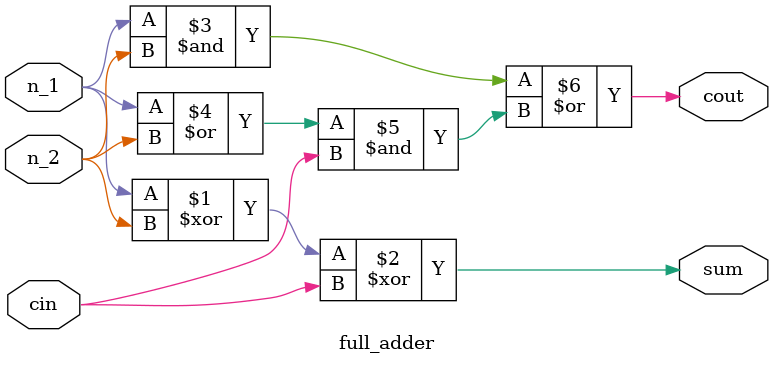
<source format=v>
`timescale 1ns / 1ps

module full_adder(input n_1, n_2, cin, output sum, cout);
    
    assign sum = n_1 ^ n_2 ^ cin;
    assign cout = (n_1 & n_2) | ((n_1 | n_2) & cin);
   


endmodule

</source>
